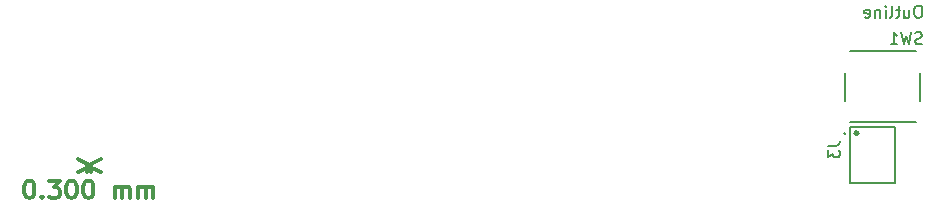
<source format=gbr>
G04 #@! TF.GenerationSoftware,KiCad,Pcbnew,(5.1.6)-1*
G04 #@! TF.CreationDate,2020-08-31T21:18:16+02:00*
G04 #@! TF.ProjectId,Freude_Microcontroller,46726575-6465-45f4-9d69-63726f636f6e,rev?*
G04 #@! TF.SameCoordinates,Original*
G04 #@! TF.FileFunction,Legend,Bot*
G04 #@! TF.FilePolarity,Positive*
%FSLAX46Y46*%
G04 Gerber Fmt 4.6, Leading zero omitted, Abs format (unit mm)*
G04 Created by KiCad (PCBNEW (5.1.6)-1) date 2020-08-31 21:18:16*
%MOMM*%
%LPD*%
G01*
G04 APERTURE LIST*
%ADD10C,0.300000*%
%ADD11C,0.400000*%
%ADD12C,0.200000*%
%ADD13C,0.150000*%
G04 APERTURE END LIST*
D10*
X128407142Y-87778571D02*
X128550000Y-87778571D01*
X128692857Y-87850000D01*
X128764285Y-87921428D01*
X128835714Y-88064285D01*
X128907142Y-88350000D01*
X128907142Y-88707142D01*
X128835714Y-88992857D01*
X128764285Y-89135714D01*
X128692857Y-89207142D01*
X128550000Y-89278571D01*
X128407142Y-89278571D01*
X128264285Y-89207142D01*
X128192857Y-89135714D01*
X128121428Y-88992857D01*
X128050000Y-88707142D01*
X128050000Y-88350000D01*
X128121428Y-88064285D01*
X128192857Y-87921428D01*
X128264285Y-87850000D01*
X128407142Y-87778571D01*
X129550000Y-89135714D02*
X129621428Y-89207142D01*
X129550000Y-89278571D01*
X129478571Y-89207142D01*
X129550000Y-89135714D01*
X129550000Y-89278571D01*
X130121428Y-87778571D02*
X131050000Y-87778571D01*
X130550000Y-88350000D01*
X130764285Y-88350000D01*
X130907142Y-88421428D01*
X130978571Y-88492857D01*
X131050000Y-88635714D01*
X131050000Y-88992857D01*
X130978571Y-89135714D01*
X130907142Y-89207142D01*
X130764285Y-89278571D01*
X130335714Y-89278571D01*
X130192857Y-89207142D01*
X130121428Y-89135714D01*
X131978571Y-87778571D02*
X132121428Y-87778571D01*
X132264285Y-87850000D01*
X132335714Y-87921428D01*
X132407142Y-88064285D01*
X132478571Y-88350000D01*
X132478571Y-88707142D01*
X132407142Y-88992857D01*
X132335714Y-89135714D01*
X132264285Y-89207142D01*
X132121428Y-89278571D01*
X131978571Y-89278571D01*
X131835714Y-89207142D01*
X131764285Y-89135714D01*
X131692857Y-88992857D01*
X131621428Y-88707142D01*
X131621428Y-88350000D01*
X131692857Y-88064285D01*
X131764285Y-87921428D01*
X131835714Y-87850000D01*
X131978571Y-87778571D01*
X133407142Y-87778571D02*
X133550000Y-87778571D01*
X133692857Y-87850000D01*
X133764285Y-87921428D01*
X133835714Y-88064285D01*
X133907142Y-88350000D01*
X133907142Y-88707142D01*
X133835714Y-88992857D01*
X133764285Y-89135714D01*
X133692857Y-89207142D01*
X133550000Y-89278571D01*
X133407142Y-89278571D01*
X133264285Y-89207142D01*
X133192857Y-89135714D01*
X133121428Y-88992857D01*
X133050000Y-88707142D01*
X133050000Y-88350000D01*
X133121428Y-88064285D01*
X133192857Y-87921428D01*
X133264285Y-87850000D01*
X133407142Y-87778571D01*
X135692857Y-89278571D02*
X135692857Y-88278571D01*
X135692857Y-88421428D02*
X135764285Y-88350000D01*
X135907142Y-88278571D01*
X136121428Y-88278571D01*
X136264285Y-88350000D01*
X136335714Y-88492857D01*
X136335714Y-89278571D01*
X136335714Y-88492857D02*
X136407142Y-88350000D01*
X136550000Y-88278571D01*
X136764285Y-88278571D01*
X136907142Y-88350000D01*
X136978571Y-88492857D01*
X136978571Y-89278571D01*
X137692857Y-89278571D02*
X137692857Y-88278571D01*
X137692857Y-88421428D02*
X137764285Y-88350000D01*
X137907142Y-88278571D01*
X138121428Y-88278571D01*
X138264285Y-88350000D01*
X138335714Y-88492857D01*
X138335714Y-89278571D01*
X138335714Y-88492857D02*
X138407142Y-88350000D01*
X138550000Y-88278571D01*
X138764285Y-88278571D01*
X138907142Y-88350000D01*
X138978571Y-88492857D01*
X138978571Y-89278571D01*
X133400000Y-86500000D02*
X133700000Y-86500000D01*
X133400000Y-86500000D02*
X133400000Y-87086421D01*
X133700000Y-86500000D02*
X133700000Y-87086421D01*
X133700000Y-86500000D02*
X132573496Y-87086421D01*
X133700000Y-86500000D02*
X132573496Y-85913579D01*
X133400000Y-86500000D02*
X134526504Y-87086421D01*
X133400000Y-86500000D02*
X134526504Y-85913579D01*
D11*
X198570711Y-83750000D02*
G75*
G03*
X198570711Y-83750000I-70711J0D01*
G01*
D12*
X197570711Y-83800000D02*
G75*
G03*
X197570711Y-83800000I-70711J0D01*
G01*
X201800000Y-87950000D02*
X197950000Y-87950000D01*
X197950000Y-83250000D02*
X197950000Y-87950000D01*
X201800000Y-83250000D02*
X197950000Y-83250000D01*
X201800000Y-83250000D02*
X201800000Y-87950000D01*
X197575000Y-78625000D02*
X197575000Y-81025000D01*
X197925000Y-82825000D02*
X203525000Y-82825000D01*
X203875000Y-78625000D02*
X203875000Y-81025000D01*
X197925000Y-76825000D02*
X203525000Y-76825000D01*
D13*
X203839285Y-72977380D02*
X203648809Y-72977380D01*
X203553571Y-73025000D01*
X203458333Y-73120238D01*
X203410714Y-73310714D01*
X203410714Y-73644047D01*
X203458333Y-73834523D01*
X203553571Y-73929761D01*
X203648809Y-73977380D01*
X203839285Y-73977380D01*
X203934523Y-73929761D01*
X204029761Y-73834523D01*
X204077380Y-73644047D01*
X204077380Y-73310714D01*
X204029761Y-73120238D01*
X203934523Y-73025000D01*
X203839285Y-72977380D01*
X202553571Y-73310714D02*
X202553571Y-73977380D01*
X202982142Y-73310714D02*
X202982142Y-73834523D01*
X202934523Y-73929761D01*
X202839285Y-73977380D01*
X202696428Y-73977380D01*
X202601190Y-73929761D01*
X202553571Y-73882142D01*
X202220238Y-73310714D02*
X201839285Y-73310714D01*
X202077380Y-72977380D02*
X202077380Y-73834523D01*
X202029761Y-73929761D01*
X201934523Y-73977380D01*
X201839285Y-73977380D01*
X201363095Y-73977380D02*
X201458333Y-73929761D01*
X201505952Y-73834523D01*
X201505952Y-72977380D01*
X200982142Y-73977380D02*
X200982142Y-73310714D01*
X200982142Y-72977380D02*
X201029761Y-73025000D01*
X200982142Y-73072619D01*
X200934523Y-73025000D01*
X200982142Y-72977380D01*
X200982142Y-73072619D01*
X200505952Y-73310714D02*
X200505952Y-73977380D01*
X200505952Y-73405952D02*
X200458333Y-73358333D01*
X200363095Y-73310714D01*
X200220238Y-73310714D01*
X200125000Y-73358333D01*
X200077380Y-73453571D01*
X200077380Y-73977380D01*
X199220238Y-73929761D02*
X199315476Y-73977380D01*
X199505952Y-73977380D01*
X199601190Y-73929761D01*
X199648809Y-73834523D01*
X199648809Y-73453571D01*
X199601190Y-73358333D01*
X199505952Y-73310714D01*
X199315476Y-73310714D01*
X199220238Y-73358333D01*
X199172619Y-73453571D01*
X199172619Y-73548809D01*
X199648809Y-73644047D01*
X196102380Y-84816666D02*
X196816666Y-84816666D01*
X196959523Y-84769047D01*
X197054761Y-84673809D01*
X197102380Y-84530952D01*
X197102380Y-84435714D01*
X196102380Y-85197619D02*
X196102380Y-85816666D01*
X196483333Y-85483333D01*
X196483333Y-85626190D01*
X196530952Y-85721428D01*
X196578571Y-85769047D01*
X196673809Y-85816666D01*
X196911904Y-85816666D01*
X197007142Y-85769047D01*
X197054761Y-85721428D01*
X197102380Y-85626190D01*
X197102380Y-85340476D01*
X197054761Y-85245238D01*
X197007142Y-85197619D01*
X204058333Y-76179761D02*
X203915476Y-76227380D01*
X203677380Y-76227380D01*
X203582142Y-76179761D01*
X203534523Y-76132142D01*
X203486904Y-76036904D01*
X203486904Y-75941666D01*
X203534523Y-75846428D01*
X203582142Y-75798809D01*
X203677380Y-75751190D01*
X203867857Y-75703571D01*
X203963095Y-75655952D01*
X204010714Y-75608333D01*
X204058333Y-75513095D01*
X204058333Y-75417857D01*
X204010714Y-75322619D01*
X203963095Y-75275000D01*
X203867857Y-75227380D01*
X203629761Y-75227380D01*
X203486904Y-75275000D01*
X203153571Y-75227380D02*
X202915476Y-76227380D01*
X202725000Y-75513095D01*
X202534523Y-76227380D01*
X202296428Y-75227380D01*
X201391666Y-76227380D02*
X201963095Y-76227380D01*
X201677380Y-76227380D02*
X201677380Y-75227380D01*
X201772619Y-75370238D01*
X201867857Y-75465476D01*
X201963095Y-75513095D01*
M02*

</source>
